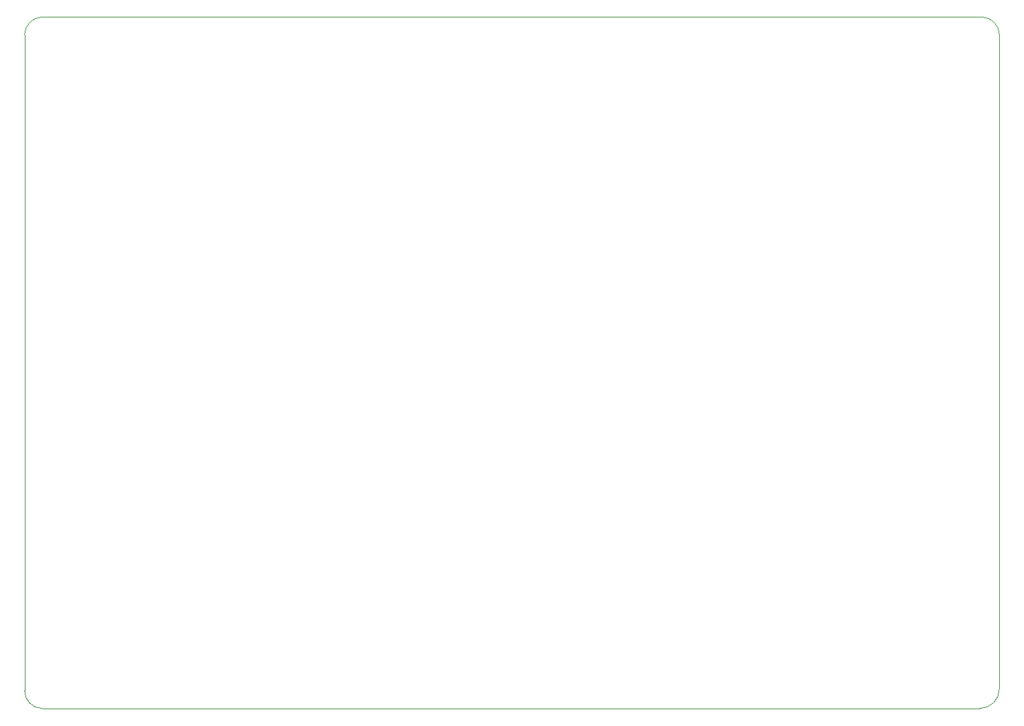
<source format=gbr>
%TF.GenerationSoftware,KiCad,Pcbnew,9.0.3*%
%TF.CreationDate,2025-07-30T09:19:55+03:00*%
%TF.ProjectId,KiCad Projeleri,4b694361-6420-4507-926f-6a656c657269,rev?*%
%TF.SameCoordinates,Original*%
%TF.FileFunction,Profile,NP*%
%FSLAX46Y46*%
G04 Gerber Fmt 4.6, Leading zero omitted, Abs format (unit mm)*
G04 Created by KiCad (PCBNEW 9.0.3) date 2025-07-30 09:19:55*
%MOMM*%
%LPD*%
G01*
G04 APERTURE LIST*
%TA.AperFunction,Profile*%
%ADD10C,0.050000*%
%TD*%
G04 APERTURE END LIST*
D10*
X220775000Y-138845000D02*
G75*
G02*
X218275000Y-141345000I-2500000J0D01*
G01*
X97775000Y-56345000D02*
G75*
G02*
X100025000Y-54095000I2250000J0D01*
G01*
X97775000Y-139095000D02*
X97775000Y-56345000D01*
X218275000Y-141345000D02*
X100025000Y-141345000D01*
X218525000Y-54095000D02*
G75*
G02*
X220775000Y-56345000I0J-2250000D01*
G01*
X100025000Y-54095000D02*
X218525000Y-54095000D01*
X100025000Y-141345000D02*
G75*
G02*
X97775000Y-139095000I0J2250000D01*
G01*
X220775000Y-56345000D02*
X220775000Y-138845000D01*
M02*

</source>
